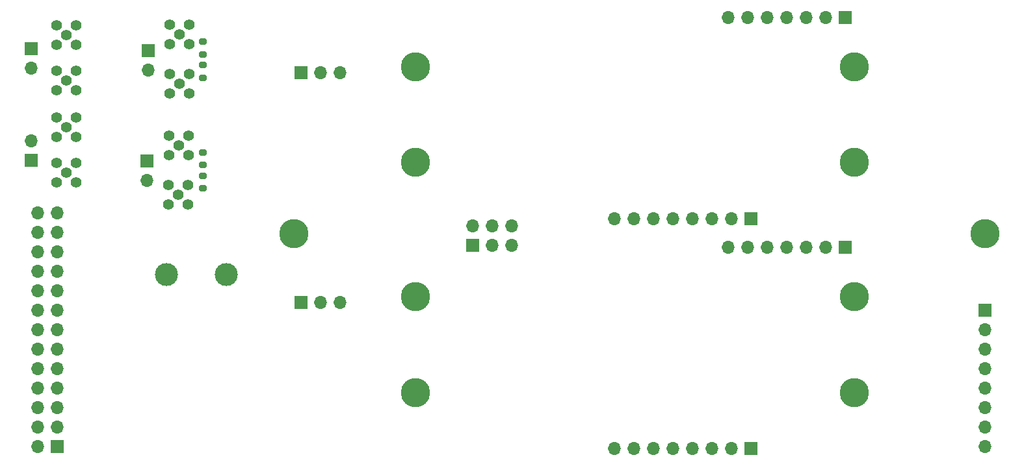
<source format=gbr>
%TF.GenerationSoftware,KiCad,Pcbnew,7.0.9*%
%TF.CreationDate,2024-07-19T10:23:14+02:00*%
%TF.ProjectId,signal_sniffer,7369676e-616c-45f7-936e-69666665722e,rev?*%
%TF.SameCoordinates,Original*%
%TF.FileFunction,Soldermask,Top*%
%TF.FilePolarity,Negative*%
%FSLAX46Y46*%
G04 Gerber Fmt 4.6, Leading zero omitted, Abs format (unit mm)*
G04 Created by KiCad (PCBNEW 7.0.9) date 2024-07-19 10:23:14*
%MOMM*%
%LPD*%
G01*
G04 APERTURE LIST*
G04 Aperture macros list*
%AMRoundRect*
0 Rectangle with rounded corners*
0 $1 Rounding radius*
0 $2 $3 $4 $5 $6 $7 $8 $9 X,Y pos of 4 corners*
0 Add a 4 corners polygon primitive as box body*
4,1,4,$2,$3,$4,$5,$6,$7,$8,$9,$2,$3,0*
0 Add four circle primitives for the rounded corners*
1,1,$1+$1,$2,$3*
1,1,$1+$1,$4,$5*
1,1,$1+$1,$6,$7*
1,1,$1+$1,$8,$9*
0 Add four rect primitives between the rounded corners*
20,1,$1+$1,$2,$3,$4,$5,0*
20,1,$1+$1,$4,$5,$6,$7,0*
20,1,$1+$1,$6,$7,$8,$9,0*
20,1,$1+$1,$8,$9,$2,$3,0*%
G04 Aperture macros list end*
%ADD10C,3.800000*%
%ADD11RoundRect,0.200000X0.275000X-0.200000X0.275000X0.200000X-0.275000X0.200000X-0.275000X-0.200000X0*%
%ADD12C,1.397000*%
%ADD13R,1.700000X1.700000*%
%ADD14O,1.700000X1.700000*%
%ADD15C,3.000000*%
G04 APERTURE END LIST*
D10*
%TO.C,H8*%
X193300000Y-80000000D03*
%TD*%
%TO.C,H1*%
X136100000Y-62500000D03*
%TD*%
%TO.C,H6*%
X136100000Y-50000000D03*
%TD*%
D11*
%TO.C,R4*%
X108450000Y-65896486D03*
X108450000Y-64246486D03*
%TD*%
D12*
%TO.C,J19*%
X105250000Y-66746486D03*
X103980000Y-65476486D03*
X103980000Y-68016486D03*
X106520000Y-68016486D03*
X106520000Y-65476486D03*
%TD*%
%TO.C,J9*%
X90680000Y-51840000D03*
X89410000Y-50570000D03*
X89410000Y-53110000D03*
X91950000Y-53110000D03*
X91950000Y-50570000D03*
%TD*%
%TO.C,J14*%
X90670000Y-63840000D03*
X89400000Y-62570000D03*
X89400000Y-65110000D03*
X91940000Y-65110000D03*
X91940000Y-62570000D03*
%TD*%
D10*
%TO.C,H4*%
X193300000Y-92500000D03*
%TD*%
%TO.C,H9*%
X210300000Y-71800000D03*
%TD*%
D13*
%TO.C,J8*%
X86050000Y-47630000D03*
D14*
X86050000Y-50170000D03*
%TD*%
D13*
%TO.C,J15*%
X86040000Y-62245000D03*
D14*
X86040000Y-59705000D03*
%TD*%
D10*
%TO.C,H3*%
X136100000Y-80000000D03*
%TD*%
D11*
%TO.C,R2*%
X108420000Y-51450000D03*
X108420000Y-49800000D03*
%TD*%
D10*
%TO.C,H2*%
X136100000Y-92500000D03*
%TD*%
%TO.C,H7*%
X193300000Y-50000000D03*
%TD*%
D13*
%TO.C,J5*%
X101280000Y-47900000D03*
D14*
X101280000Y-50440000D03*
%TD*%
D12*
%TO.C,J7*%
X90680000Y-45870000D03*
X89410000Y-44600000D03*
X89410000Y-47140000D03*
X91950000Y-47140000D03*
X91950000Y-44600000D03*
%TD*%
D13*
%TO.C,J11*%
X89440000Y-99580000D03*
D14*
X86900000Y-99580000D03*
X89440000Y-97040000D03*
X86900000Y-97040000D03*
X89440000Y-94500000D03*
X86900000Y-94500000D03*
X89440000Y-91960000D03*
X86900000Y-91960000D03*
X89440000Y-89420000D03*
X86900000Y-89420000D03*
X89440000Y-86880000D03*
X86900000Y-86880000D03*
X89440000Y-84340000D03*
X86900000Y-84340000D03*
X89440000Y-81800000D03*
X86900000Y-81800000D03*
X89440000Y-79260000D03*
X86900000Y-79260000D03*
X89440000Y-76720000D03*
X86900000Y-76720000D03*
X89440000Y-74180000D03*
X86900000Y-74180000D03*
X89440000Y-71640000D03*
X86900000Y-71640000D03*
X89440000Y-69100000D03*
X86900000Y-69100000D03*
%TD*%
D13*
%TO.C,J18*%
X101150000Y-62346486D03*
D14*
X101150000Y-64886486D03*
%TD*%
D12*
%TO.C,J16*%
X90670000Y-57870000D03*
X89400000Y-56600000D03*
X89400000Y-59140000D03*
X91940000Y-59140000D03*
X91940000Y-56600000D03*
%TD*%
%TO.C,J6*%
X105380000Y-52270000D03*
X106650000Y-51000000D03*
X104110000Y-51000000D03*
X104110000Y-53540000D03*
X106650000Y-53540000D03*
%TD*%
D15*
%TO.C,J10*%
X103700000Y-77100000D03*
%TD*%
%TO.C,J20*%
X111500000Y-77100000D03*
%TD*%
D11*
%TO.C,R3*%
X108450000Y-62846486D03*
X108450000Y-61196486D03*
%TD*%
D13*
%TO.C,J13*%
X143560000Y-73275000D03*
D14*
X143560000Y-70735000D03*
X146100000Y-73275000D03*
X146100000Y-70735000D03*
X148640000Y-73275000D03*
X148640000Y-70735000D03*
%TD*%
D10*
%TO.C,H10*%
X120300000Y-71800000D03*
%TD*%
D11*
%TO.C,R1*%
X108420000Y-48400000D03*
X108420000Y-46750000D03*
%TD*%
D12*
%TO.C,J4*%
X105380000Y-45830000D03*
X106650000Y-44560000D03*
X104110000Y-44560000D03*
X104110000Y-47100000D03*
X106650000Y-47100000D03*
%TD*%
D10*
%TO.C,H5*%
X193300000Y-62500000D03*
%TD*%
D12*
%TO.C,J17*%
X105280000Y-60246486D03*
X104010000Y-58976486D03*
X104010000Y-61516486D03*
X106550000Y-61516486D03*
X106550000Y-58976486D03*
%TD*%
D13*
%TO.C,J2*%
X192040000Y-43600000D03*
D14*
X189500000Y-43600000D03*
X186960000Y-43600000D03*
X184420000Y-43600000D03*
X181880000Y-43600000D03*
X179340000Y-43600000D03*
X176800000Y-43600000D03*
%TD*%
D13*
%TO.C,J12*%
X210300000Y-81800000D03*
D14*
X210300000Y-84340000D03*
X210300000Y-86880000D03*
X210300000Y-89420000D03*
X210300000Y-91960000D03*
X210300000Y-94500000D03*
X210300000Y-97040000D03*
X210300000Y-99580000D03*
%TD*%
D13*
%TO.C,J3*%
X121200000Y-50800000D03*
D14*
X123740000Y-50800000D03*
X126280000Y-50800000D03*
%TD*%
D13*
%TO.C,J23*%
X192040000Y-73600000D03*
D14*
X189500000Y-73600000D03*
X186960000Y-73600000D03*
X184420000Y-73600000D03*
X181880000Y-73600000D03*
X179340000Y-73600000D03*
X176800000Y-73600000D03*
%TD*%
D13*
%TO.C,J1*%
X179800000Y-69800000D03*
D14*
X177260000Y-69800000D03*
X174720000Y-69800000D03*
X172180000Y-69800000D03*
X169640000Y-69800000D03*
X167100000Y-69800000D03*
X164560000Y-69800000D03*
X162020000Y-69800000D03*
%TD*%
D13*
%TO.C,J21*%
X121220000Y-80800000D03*
D14*
X123760000Y-80800000D03*
X126300000Y-80800000D03*
%TD*%
D13*
%TO.C,J22*%
X179800000Y-99800000D03*
D14*
X177260000Y-99800000D03*
X174720000Y-99800000D03*
X172180000Y-99800000D03*
X169640000Y-99800000D03*
X167100000Y-99800000D03*
X164560000Y-99800000D03*
X162020000Y-99800000D03*
%TD*%
M02*

</source>
